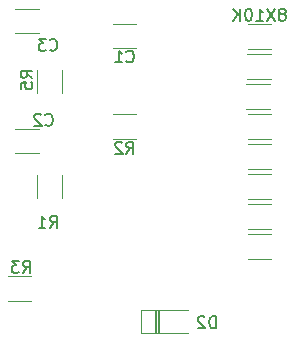
<source format=gbr>
G04 #@! TF.GenerationSoftware,KiCad,Pcbnew,(5.1.5)-3*
G04 #@! TF.CreationDate,2020-05-30T19:34:34+02:00*
G04 #@! TF.ProjectId,MutltiSwitch_Sw8,4d75746c-7469-4537-9769-7463685f5377,0.1*
G04 #@! TF.SameCoordinates,Original*
G04 #@! TF.FileFunction,Legend,Bot*
G04 #@! TF.FilePolarity,Positive*
%FSLAX46Y46*%
G04 Gerber Fmt 4.6, Leading zero omitted, Abs format (unit mm)*
G04 Created by KiCad (PCBNEW (5.1.5)-3) date 2020-05-30 19:34:34*
%MOMM*%
%LPD*%
G04 APERTURE LIST*
%ADD10C,0.200000*%
%ADD11C,0.150000*%
%ADD12C,0.120000*%
G04 APERTURE END LIST*
D10*
X148082000Y-114681000D02*
X148082000Y-116459000D01*
X148336000Y-116459000D02*
X148336000Y-114681000D01*
D11*
X158868809Y-89542952D02*
X158964047Y-89495333D01*
X159011666Y-89447714D01*
X159059285Y-89352476D01*
X159059285Y-89304857D01*
X159011666Y-89209619D01*
X158964047Y-89162000D01*
X158868809Y-89114380D01*
X158678333Y-89114380D01*
X158583095Y-89162000D01*
X158535476Y-89209619D01*
X158487857Y-89304857D01*
X158487857Y-89352476D01*
X158535476Y-89447714D01*
X158583095Y-89495333D01*
X158678333Y-89542952D01*
X158868809Y-89542952D01*
X158964047Y-89590571D01*
X159011666Y-89638190D01*
X159059285Y-89733428D01*
X159059285Y-89923904D01*
X159011666Y-90019142D01*
X158964047Y-90066761D01*
X158868809Y-90114380D01*
X158678333Y-90114380D01*
X158583095Y-90066761D01*
X158535476Y-90019142D01*
X158487857Y-89923904D01*
X158487857Y-89733428D01*
X158535476Y-89638190D01*
X158583095Y-89590571D01*
X158678333Y-89542952D01*
X158154523Y-89114380D02*
X157487857Y-90114380D01*
X157487857Y-89114380D02*
X158154523Y-90114380D01*
X156583095Y-90114380D02*
X157154523Y-90114380D01*
X156868809Y-90114380D02*
X156868809Y-89114380D01*
X156964047Y-89257238D01*
X157059285Y-89352476D01*
X157154523Y-89400095D01*
X155964047Y-89114380D02*
X155868809Y-89114380D01*
X155773571Y-89162000D01*
X155725952Y-89209619D01*
X155678333Y-89304857D01*
X155630714Y-89495333D01*
X155630714Y-89733428D01*
X155678333Y-89923904D01*
X155725952Y-90019142D01*
X155773571Y-90066761D01*
X155868809Y-90114380D01*
X155964047Y-90114380D01*
X156059285Y-90066761D01*
X156106904Y-90019142D01*
X156154523Y-89923904D01*
X156202142Y-89733428D01*
X156202142Y-89495333D01*
X156154523Y-89304857D01*
X156106904Y-89209619D01*
X156059285Y-89162000D01*
X155964047Y-89114380D01*
X155202142Y-90114380D02*
X155202142Y-89114380D01*
X154630714Y-90114380D02*
X155059285Y-89542952D01*
X154630714Y-89114380D02*
X155202142Y-89685809D01*
D12*
X146415000Y-92460000D02*
X144415000Y-92460000D01*
X144415000Y-90420000D02*
X146415000Y-90420000D01*
X138160000Y-101350000D02*
X136160000Y-101350000D01*
X136160000Y-99310000D02*
X138160000Y-99310000D01*
X138160000Y-91190000D02*
X136160000Y-91190000D01*
X136160000Y-89150000D02*
X138160000Y-89150000D01*
X146415000Y-97990000D02*
X144415000Y-97990000D01*
X144415000Y-100130000D02*
X146415000Y-100130000D01*
X137995000Y-103140000D02*
X137995000Y-105140000D01*
X140135000Y-105140000D02*
X140135000Y-103140000D01*
X137525000Y-111706000D02*
X135525000Y-111706000D01*
X135525000Y-113846000D02*
X137525000Y-113846000D01*
X137995000Y-94250000D02*
X137995000Y-96250000D01*
X140135000Y-96250000D02*
X140135000Y-94250000D01*
X157845000Y-90370000D02*
X155845000Y-90370000D01*
X155845000Y-92510000D02*
X157845000Y-92510000D01*
X157792000Y-92910000D02*
X155792000Y-92910000D01*
X155792000Y-95050000D02*
X157792000Y-95050000D01*
X157718000Y-95450000D02*
X155718000Y-95450000D01*
X155718000Y-97590000D02*
X157718000Y-97590000D01*
X157845000Y-97990000D02*
X155845000Y-97990000D01*
X155845000Y-100130000D02*
X157845000Y-100130000D01*
X157845000Y-100530000D02*
X155845000Y-100530000D01*
X155845000Y-102670000D02*
X157845000Y-102670000D01*
X157845000Y-103070000D02*
X155845000Y-103070000D01*
X155845000Y-105210000D02*
X157845000Y-105210000D01*
X157845000Y-105610000D02*
X155845000Y-105610000D01*
X155845000Y-107750000D02*
X157845000Y-107750000D01*
X157845000Y-108150000D02*
X155845000Y-108150000D01*
X155845000Y-110290000D02*
X157845000Y-110290000D01*
X146848000Y-116570000D02*
X150748000Y-116570000D01*
X146848000Y-114570000D02*
X150748000Y-114570000D01*
X146848000Y-116570000D02*
X146848000Y-114570000D01*
D11*
X145581666Y-93547142D02*
X145629285Y-93594761D01*
X145772142Y-93642380D01*
X145867380Y-93642380D01*
X146010238Y-93594761D01*
X146105476Y-93499523D01*
X146153095Y-93404285D01*
X146200714Y-93213809D01*
X146200714Y-93070952D01*
X146153095Y-92880476D01*
X146105476Y-92785238D01*
X146010238Y-92690000D01*
X145867380Y-92642380D01*
X145772142Y-92642380D01*
X145629285Y-92690000D01*
X145581666Y-92737619D01*
X144629285Y-93642380D02*
X145200714Y-93642380D01*
X144915000Y-93642380D02*
X144915000Y-92642380D01*
X145010238Y-92785238D01*
X145105476Y-92880476D01*
X145200714Y-92928095D01*
X138723666Y-98909142D02*
X138771285Y-98956761D01*
X138914142Y-99004380D01*
X139009380Y-99004380D01*
X139152238Y-98956761D01*
X139247476Y-98861523D01*
X139295095Y-98766285D01*
X139342714Y-98575809D01*
X139342714Y-98432952D01*
X139295095Y-98242476D01*
X139247476Y-98147238D01*
X139152238Y-98052000D01*
X139009380Y-98004380D01*
X138914142Y-98004380D01*
X138771285Y-98052000D01*
X138723666Y-98099619D01*
X138342714Y-98099619D02*
X138295095Y-98052000D01*
X138199857Y-98004380D01*
X137961761Y-98004380D01*
X137866523Y-98052000D01*
X137818904Y-98099619D01*
X137771285Y-98194857D01*
X137771285Y-98290095D01*
X137818904Y-98432952D01*
X138390333Y-99004380D01*
X137771285Y-99004380D01*
X139104666Y-92559142D02*
X139152285Y-92606761D01*
X139295142Y-92654380D01*
X139390380Y-92654380D01*
X139533238Y-92606761D01*
X139628476Y-92511523D01*
X139676095Y-92416285D01*
X139723714Y-92225809D01*
X139723714Y-92082952D01*
X139676095Y-91892476D01*
X139628476Y-91797238D01*
X139533238Y-91702000D01*
X139390380Y-91654380D01*
X139295142Y-91654380D01*
X139152285Y-91702000D01*
X139104666Y-91749619D01*
X138771333Y-91654380D02*
X138152285Y-91654380D01*
X138485619Y-92035333D01*
X138342761Y-92035333D01*
X138247523Y-92082952D01*
X138199904Y-92130571D01*
X138152285Y-92225809D01*
X138152285Y-92463904D01*
X138199904Y-92559142D01*
X138247523Y-92606761D01*
X138342761Y-92654380D01*
X138628476Y-92654380D01*
X138723714Y-92606761D01*
X138771333Y-92559142D01*
X145581666Y-101362380D02*
X145915000Y-100886190D01*
X146153095Y-101362380D02*
X146153095Y-100362380D01*
X145772142Y-100362380D01*
X145676904Y-100410000D01*
X145629285Y-100457619D01*
X145581666Y-100552857D01*
X145581666Y-100695714D01*
X145629285Y-100790952D01*
X145676904Y-100838571D01*
X145772142Y-100886190D01*
X146153095Y-100886190D01*
X145200714Y-100457619D02*
X145153095Y-100410000D01*
X145057857Y-100362380D01*
X144819761Y-100362380D01*
X144724523Y-100410000D01*
X144676904Y-100457619D01*
X144629285Y-100552857D01*
X144629285Y-100648095D01*
X144676904Y-100790952D01*
X145248333Y-101362380D01*
X144629285Y-101362380D01*
X139104666Y-107640380D02*
X139438000Y-107164190D01*
X139676095Y-107640380D02*
X139676095Y-106640380D01*
X139295142Y-106640380D01*
X139199904Y-106688000D01*
X139152285Y-106735619D01*
X139104666Y-106830857D01*
X139104666Y-106973714D01*
X139152285Y-107068952D01*
X139199904Y-107116571D01*
X139295142Y-107164190D01*
X139676095Y-107164190D01*
X138152285Y-107640380D02*
X138723714Y-107640380D01*
X138438000Y-107640380D02*
X138438000Y-106640380D01*
X138533238Y-106783238D01*
X138628476Y-106878476D01*
X138723714Y-106926095D01*
X136818666Y-111450380D02*
X137152000Y-110974190D01*
X137390095Y-111450380D02*
X137390095Y-110450380D01*
X137009142Y-110450380D01*
X136913904Y-110498000D01*
X136866285Y-110545619D01*
X136818666Y-110640857D01*
X136818666Y-110783714D01*
X136866285Y-110878952D01*
X136913904Y-110926571D01*
X137009142Y-110974190D01*
X137390095Y-110974190D01*
X136485333Y-110450380D02*
X135866285Y-110450380D01*
X136199619Y-110831333D01*
X136056761Y-110831333D01*
X135961523Y-110878952D01*
X135913904Y-110926571D01*
X135866285Y-111021809D01*
X135866285Y-111259904D01*
X135913904Y-111355142D01*
X135961523Y-111402761D01*
X136056761Y-111450380D01*
X136342476Y-111450380D01*
X136437714Y-111402761D01*
X136485333Y-111355142D01*
X137612380Y-94956333D02*
X137136190Y-94623000D01*
X137612380Y-94384904D02*
X136612380Y-94384904D01*
X136612380Y-94765857D01*
X136660000Y-94861095D01*
X136707619Y-94908714D01*
X136802857Y-94956333D01*
X136945714Y-94956333D01*
X137040952Y-94908714D01*
X137088571Y-94861095D01*
X137136190Y-94765857D01*
X137136190Y-94384904D01*
X136612380Y-95861095D02*
X136612380Y-95384904D01*
X137088571Y-95337285D01*
X137040952Y-95384904D01*
X136993333Y-95480142D01*
X136993333Y-95718238D01*
X137040952Y-95813476D01*
X137088571Y-95861095D01*
X137183809Y-95908714D01*
X137421904Y-95908714D01*
X137517142Y-95861095D01*
X137564761Y-95813476D01*
X137612380Y-95718238D01*
X137612380Y-95480142D01*
X137564761Y-95384904D01*
X137517142Y-95337285D01*
X153138095Y-116149380D02*
X153138095Y-115149380D01*
X152900000Y-115149380D01*
X152757142Y-115197000D01*
X152661904Y-115292238D01*
X152614285Y-115387476D01*
X152566666Y-115577952D01*
X152566666Y-115720809D01*
X152614285Y-115911285D01*
X152661904Y-116006523D01*
X152757142Y-116101761D01*
X152900000Y-116149380D01*
X153138095Y-116149380D01*
X152185714Y-115244619D02*
X152138095Y-115197000D01*
X152042857Y-115149380D01*
X151804761Y-115149380D01*
X151709523Y-115197000D01*
X151661904Y-115244619D01*
X151614285Y-115339857D01*
X151614285Y-115435095D01*
X151661904Y-115577952D01*
X152233333Y-116149380D01*
X151614285Y-116149380D01*
M02*

</source>
